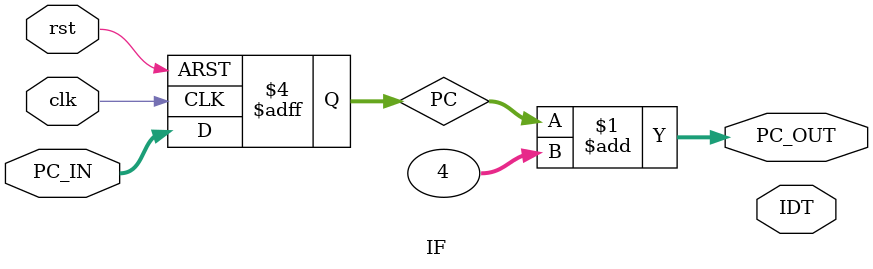
<source format=v>
module IF(clk, rst, PC_IN, PC_OUT, IDT);
    input clk, rst;
    input [31:0] PC_IN;
    output [31:0] PC_OUT;
    output [31:0] IDT;

    reg [31:0] PC;

    assign PC_OUT = PC + 4;
    
    always @(posedge clk, negedge rst) begin
        if (~rst)
            PC <= 0;
        else
            PC <= PC_IN;
    end

endmodule

</source>
